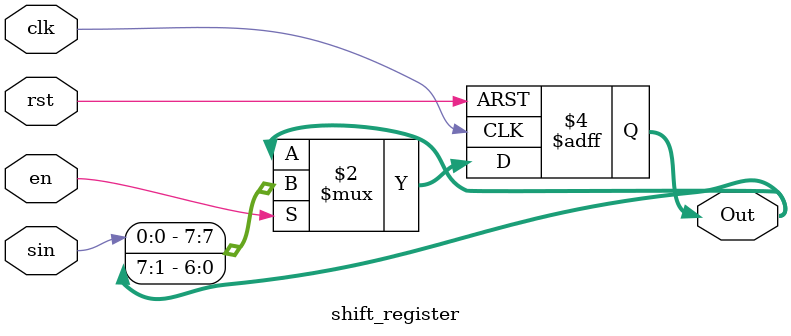
<source format=sv>
`timescale 1ns/1ns



module shift_register (input clk, sin, en, rst, output logic[7:0] Out);
	always@ (posedge clk, posedge rst) begin
		if (rst) Out <= 8'b00000000;
		else if (en)
			Out <= {sin, Out[7:1]};
	end
endmodule

</source>
